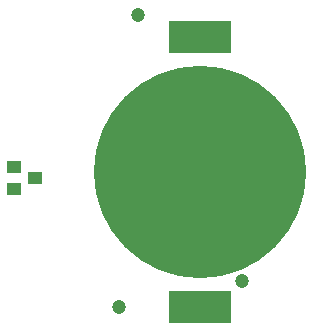
<source format=gbs>
G04 Layer_Color=16711935*
%FSLAX44Y44*%
%MOMM*%
G71*
G01*
G75*
%ADD24C,1.2032*%
%ADD25R,1.1752X1.0052*%
%ADD26R,5.2832X2.7432*%
%ADD27C,17.9832*%
D24*
X630730Y1051100D02*
D03*
X614680Y803910D02*
D03*
X718820Y826262D02*
D03*
D25*
X543480Y913130D02*
D03*
X525780Y903630D02*
D03*
Y922630D02*
D03*
D26*
X683260Y1032510D02*
D03*
Y803910D02*
D03*
D27*
Y918210D02*
D03*
M02*

</source>
